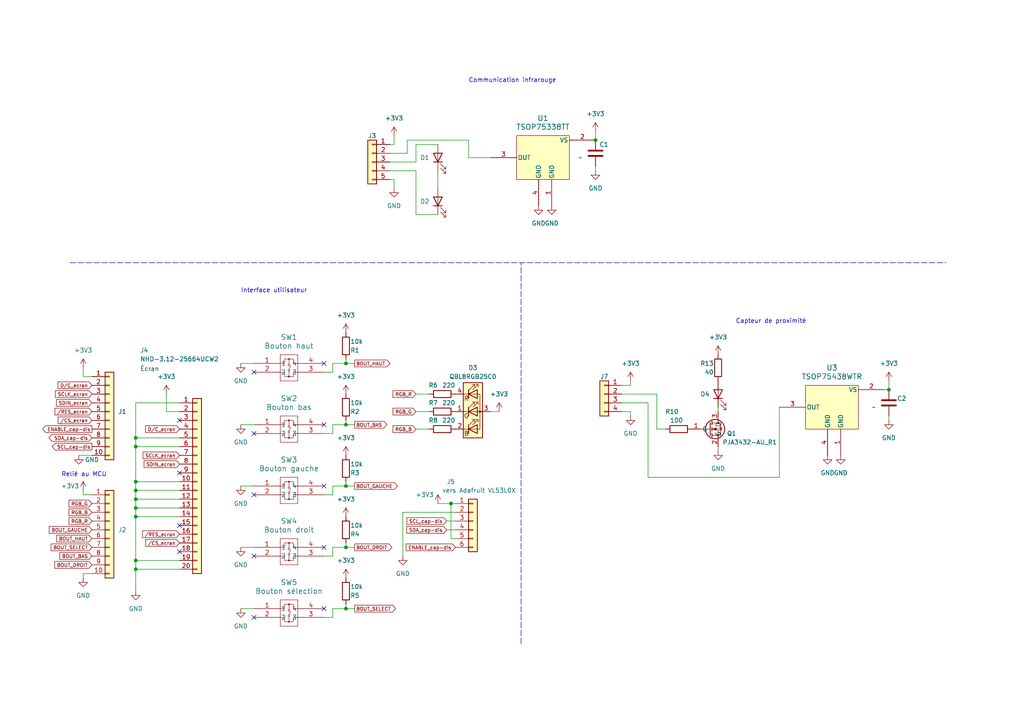
<source format=kicad_sch>
(kicad_sch (version 20230121) (generator eeschema)
  (paper "A4")
  (lib_symbols
    (symbol "2024-03-13_16-00-05:D6R50F1LFS" (pin_names (offset 0.254))
      (property "Reference" "SW" (at 10.16 7.62 0))
      (property "Value" "D6R50F1LFS" (at 10.16 5.08 0))
      (symbol "D6R50F1LFS_0_1"
        (polyline (pts (xy 7.62 -5.08) (xy 12.7 -5.08)) (stroke (width 0.127)))
        (polyline (pts (xy 7.62 -2.54) (xy 8.89 -2.54)) (stroke (width 0.127)))
        (polyline (pts (xy 7.62 0) (xy 8.89 0)) (stroke (width 0.127)))
        (polyline (pts (xy 7.62 2.54) (xy 7.62 -5.08)) (stroke (width 0.127)))
        (polyline (pts (xy 8.89 -3.81) (xy 11.43 -3.81)) (stroke (width 0.127)))
        (polyline (pts (xy 8.89 -2.54) (xy 8.89 -3.81)) (stroke (width 0.127)))
        (polyline (pts (xy 8.89 1.27) (xy 8.89 0)) (stroke (width 0.127)))
        (polyline (pts (xy 8.89 1.27) (xy 11.43 1.27)) (stroke (width 0.127)))
        (polyline (pts (xy 10.16 -2.286) (xy 10.16 -3.81)) (stroke (width 0.127)))
        (polyline (pts (xy 10.16 -1.778) (xy 10.668 -0.762)) (stroke (width 0.127)))
        (polyline (pts (xy 10.16 1.27) (xy 10.16 -0.254)) (stroke (width 0.127)))
        (polyline (pts (xy 11.43 -3.81) (xy 11.43 -2.54)) (stroke (width 0.127)))
        (polyline (pts (xy 11.43 -2.54) (xy 12.7 -2.54)) (stroke (width 0.127)))
        (polyline (pts (xy 11.43 0) (xy 12.7 0)) (stroke (width 0.127)))
        (polyline (pts (xy 11.43 1.27) (xy 11.43 0)) (stroke (width 0.127)))
        (polyline (pts (xy 12.7 -5.08) (xy 12.7 2.54)) (stroke (width 0.127)))
        (polyline (pts (xy 12.7 2.54) (xy 7.62 2.54)) (stroke (width 0.127)))
        (circle (center 10.16 -3.81) (radius 0.127) (stroke (width 0.254)))
        (circle (center 10.16 -2.032) (radius 0.254) (stroke (width 0.127)))
        (circle (center 10.16 -0.508) (radius 0.254) (stroke (width 0.127)))
        (circle (center 10.16 1.27) (radius 0.127) (stroke (width 0.254)))
        (pin unspecified line (at 0 0 0) (length 7.62) (name "1") (number "1"))
        (pin unspecified line (at 0 -2.54 0) (length 7.62) (name "2") (number "2"))
        (pin unspecified line (at 20.32 -2.54 180) (length 7.62) (name "3") (number "3"))
        (pin unspecified line (at 20.32 0 180) (length 7.62) (name "4") (number "4"))
      )
    )
    (symbol "Connector_Generic:Conn_01x04" (pin_names (offset 1.016) hide)
      (property "Reference" "J" (at 0 5.08 0))
      (property "Value" "Conn_01x04" (at 0 -7.62 0))
      (symbol "Conn_01x04_1_1"
        (rectangle (start -1.27 -4.953) (end 0 -5.207) (stroke (width 0.1524)))
        (rectangle (start -1.27 -2.413) (end 0 -2.667) (stroke (width 0.1524)))
        (rectangle (start -1.27 0.127) (end 0 -0.127) (stroke (width 0.1524)))
        (rectangle (start -1.27 2.667) (end 0 2.413) (stroke (width 0.1524)))
        (rectangle (start -1.27 3.81) (end 1.27 -6.35) (stroke (width 0.254)) (fill (type background)))
        (pin passive line (at -5.08 2.54 0) (length 3.81) (name "Pin_1") (number "1"))
        (pin passive line (at -5.08 0 0) (length 3.81) (name "Pin_2") (number "2"))
        (pin passive line (at -5.08 -2.54 0) (length 3.81) (name "Pin_3") (number "3"))
        (pin passive line (at -5.08 -5.08 0) (length 3.81) (name "Pin_4") (number "4"))
      )
    )
    (symbol "Connector_Generic:Conn_01x05" (pin_names (offset 1.016) hide)
      (property "Reference" "J" (at 0 7.62 0))
      (property "Value" "Conn_01x05" (at 0 -7.62 0))
      (symbol "Conn_01x05_1_1"
        (rectangle (start -1.27 -4.953) (end 0 -5.207) (stroke (width 0.1524)))
        (rectangle (start -1.27 -2.413) (end 0 -2.667) (stroke (width 0.1524)))
        (rectangle (start -1.27 0.127) (end 0 -0.127) (stroke (width 0.1524)))
        (rectangle (start -1.27 2.667) (end 0 2.413) (stroke (width 0.1524)))
        (rectangle (start -1.27 5.207) (end 0 4.953) (stroke (width 0.1524)))
        (rectangle (start -1.27 6.35) (end 1.27 -6.35) (stroke (width 0.254)) (fill (type background)))
        (pin passive line (at -5.08 5.08 0) (length 3.81) (name "Pin_1") (number "1"))
        (pin passive line (at -5.08 2.54 0) (length 3.81) (name "Pin_2") (number "2"))
        (pin passive line (at -5.08 0 0) (length 3.81) (name "Pin_3") (number "3"))
        (pin passive line (at -5.08 -2.54 0) (length 3.81) (name "Pin_4") (number "4"))
        (pin passive line (at -5.08 -5.08 0) (length 3.81) (name "Pin_5") (number "5"))
      )
    )
    (symbol "Connector_Generic:Conn_01x06" (pin_names (offset 1.016) hide)
      (property "Reference" "J" (at 0 7.62 0))
      (property "Value" "Conn_01x06" (at 0 -10.16 0))
      (symbol "Conn_01x06_1_1"
        (rectangle (start -1.27 -7.493) (end 0 -7.747) (stroke (width 0.1524)))
        (rectangle (start -1.27 -4.953) (end 0 -5.207) (stroke (width 0.1524)))
        (rectangle (start -1.27 -2.413) (end 0 -2.667) (stroke (width 0.1524)))
        (rectangle (start -1.27 0.127) (end 0 -0.127) (stroke (width 0.1524)))
        (rectangle (start -1.27 2.667) (end 0 2.413) (stroke (width 0.1524)))
        (rectangle (start -1.27 5.207) (end 0 4.953) (stroke (width 0.1524)))
        (rectangle (start -1.27 6.35) (end 1.27 -8.89) (stroke (width 0.254)) (fill (type background)))
        (pin passive line (at -5.08 5.08 0) (length 3.81) (name "Pin_1") (number "1"))
        (pin passive line (at -5.08 2.54 0) (length 3.81) (name "Pin_2") (number "2"))
        (pin passive line (at -5.08 0 0) (length 3.81) (name "Pin_3") (number "3"))
        (pin passive line (at -5.08 -2.54 0) (length 3.81) (name "Pin_4") (number "4"))
        (pin passive line (at -5.08 -5.08 0) (length 3.81) (name "Pin_5") (number "5"))
        (pin passive line (at -5.08 -7.62 0) (length 3.81) (name "Pin_6") (number "6"))
      )
    )
    (symbol "Connector_Generic:Conn_01x10" (pin_names (offset 1.016) hide)
      (property "Reference" "J" (at 0 12.7 0))
      (property "Value" "Conn_01x10" (at 0 -15.24 0))
      (symbol "Conn_01x10_1_1"
        (rectangle (start -1.27 -12.573) (end 0 -12.827) (stroke (width 0.1524)))
        (rectangle (start -1.27 -10.033) (end 0 -10.287) (stroke (width 0.1524)))
        (rectangle (start -1.27 -7.493) (end 0 -7.747) (stroke (width 0.1524)))
        (rectangle (start -1.27 -4.953) (end 0 -5.207) (stroke (width 0.1524)))
        (rectangle (start -1.27 -2.413) (end 0 -2.667) (stroke (width 0.1524)))
        (rectangle (start -1.27 0.127) (end 0 -0.127) (stroke (width 0.1524)))
        (rectangle (start -1.27 2.667) (end 0 2.413) (stroke (width 0.1524)))
        (rectangle (start -1.27 5.207) (end 0 4.953) (stroke (width 0.1524)))
        (rectangle (start -1.27 7.747) (end 0 7.493) (stroke (width 0.1524)))
        (rectangle (start -1.27 10.287) (end 0 10.033) (stroke (width 0.1524)))
        (rectangle (start -1.27 11.43) (end 1.27 -13.97) (stroke (width 0.254)) (fill (type background)))
        (pin passive line (at -5.08 10.16 0) (length 3.81) (name "Pin_1") (number "1"))
        (pin passive line (at -5.08 -12.7 0) (length 3.81) (name "Pin_10") (number "10"))
        (pin passive line (at -5.08 7.62 0) (length 3.81) (name "Pin_2") (number "2"))
        (pin passive line (at -5.08 5.08 0) (length 3.81) (name "Pin_3") (number "3"))
        (pin passive line (at -5.08 2.54 0) (length 3.81) (name "Pin_4") (number "4"))
        (pin passive line (at -5.08 0 0) (length 3.81) (name "Pin_5") (number "5"))
        (pin passive line (at -5.08 -2.54 0) (length 3.81) (name "Pin_6") (number "6"))
        (pin passive line (at -5.08 -5.08 0) (length 3.81) (name "Pin_7") (number "7"))
        (pin passive line (at -5.08 -7.62 0) (length 3.81) (name "Pin_8") (number "8"))
        (pin passive line (at -5.08 -10.16 0) (length 3.81) (name "Pin_9") (number "9"))
      )
    )
    (symbol "Connector_Generic:Conn_01x20" (pin_names (offset 1.016) hide)
      (property "Reference" "J" (at 0 25.4 0))
      (property "Value" "Conn_01x20" (at 0 -27.94 0))
      (symbol "Conn_01x20_1_1"
        (rectangle (start -1.27 -25.273) (end 0 -25.527) (stroke (width 0.1524)))
        (rectangle (start -1.27 -22.733) (end 0 -22.987) (stroke (width 0.1524)))
        (rectangle (start -1.27 -20.193) (end 0 -20.447) (stroke (width 0.1524)))
        (rectangle (start -1.27 -17.653) (end 0 -17.907) (stroke (width 0.1524)))
        (rectangle (start -1.27 -15.113) (end 0 -15.367) (stroke (width 0.1524)))
        (rectangle (start -1.27 -12.573) (end 0 -12.827) (stroke (width 0.1524)))
        (rectangle (start -1.27 -10.033) (end 0 -10.287) (stroke (width 0.1524)))
        (rectangle (start -1.27 -7.493) (end 0 -7.747) (stroke (width 0.1524)))
        (rectangle (start -1.27 -4.953) (end 0 -5.207) (stroke (width 0.1524)))
        (rectangle (start -1.27 -2.413) (end 0 -2.667) (stroke (width 0.1524)))
        (rectangle (start -1.27 0.127) (end 0 -0.127) (stroke (width 0.1524)))
        (rectangle (start -1.27 2.667) (end 0 2.413) (stroke (width 0.1524)))
        (rectangle (start -1.27 5.207) (end 0 4.953) (stroke (width 0.1524)))
        (rectangle (start -1.27 7.747) (end 0 7.493) (stroke (width 0.1524)))
        (rectangle (start -1.27 10.287) (end 0 10.033) (stroke (width 0.1524)))
        (rectangle (start -1.27 12.827) (end 0 12.573) (stroke (width 0.1524)))
        (rectangle (start -1.27 15.367) (end 0 15.113) (stroke (width 0.1524)))
        (rectangle (start -1.27 17.907) (end 0 17.653) (stroke (width 0.1524)))
        (rectangle (start -1.27 20.447) (end 0 20.193) (stroke (width 0.1524)))
        (rectangle (start -1.27 22.987) (end 0 22.733) (stroke (width 0.1524)))
        (rectangle (start -1.27 24.13) (end 1.27 -26.67) (stroke (width 0.254)) (fill (type background)))
        (pin passive line (at -5.08 22.86 0) (length 3.81) (name "Pin_1") (number "1"))
        (pin passive line (at -5.08 0 0) (length 3.81) (name "Pin_10") (number "10"))
        (pin passive line (at -5.08 -2.54 0) (length 3.81) (name "Pin_11") (number "11"))
        (pin passive line (at -5.08 -5.08 0) (length 3.81) (name "Pin_12") (number "12"))
        (pin passive line (at -5.08 -7.62 0) (length 3.81) (name "Pin_13") (number "13"))
        (pin passive line (at -5.08 -10.16 0) (length 3.81) (name "Pin_14") (number "14"))
        (pin passive line (at -5.08 -12.7 0) (length 3.81) (name "Pin_15") (number "15"))
        (pin passive line (at -5.08 -15.24 0) (length 3.81) (name "Pin_16") (number "16"))
        (pin passive line (at -5.08 -17.78 0) (length 3.81) (name "Pin_17") (number "17"))
        (pin passive line (at -5.08 -20.32 0) (length 3.81) (name "Pin_18") (number "18"))
        (pin passive line (at -5.08 -22.86 0) (length 3.81) (name "Pin_19") (number "19"))
        (pin passive line (at -5.08 20.32 0) (length 3.81) (name "Pin_2") (number "2"))
        (pin passive line (at -5.08 -25.4 0) (length 3.81) (name "Pin_20") (number "20"))
        (pin passive line (at -5.08 17.78 0) (length 3.81) (name "Pin_3") (number "3"))
        (pin passive line (at -5.08 15.24 0) (length 3.81) (name "Pin_4") (number "4"))
        (pin passive line (at -5.08 12.7 0) (length 3.81) (name "Pin_5") (number "5"))
        (pin passive line (at -5.08 10.16 0) (length 3.81) (name "Pin_6") (number "6"))
        (pin passive line (at -5.08 7.62 0) (length 3.81) (name "Pin_7") (number "7"))
        (pin passive line (at -5.08 5.08 0) (length 3.81) (name "Pin_8") (number "8"))
        (pin passive line (at -5.08 2.54 0) (length 3.81) (name "Pin_9") (number "9"))
      )
    )
    (symbol "Device:C" (pin_numbers hide) (pin_names (offset 0.254))
      (property "Reference" "C" (at 0.635 2.54 0))
      (property "Value" "C" (at 0.635 -2.54 0))
      (symbol "C_0_1"
        (polyline (pts (xy -2.032 -0.762) (xy 2.032 -0.762)) (stroke (width 0.508)))
        (polyline (pts (xy -2.032 0.762) (xy 2.032 0.762)) (stroke (width 0.508)))
      )
      (symbol "C_1_1"
        (pin passive line (at 0 3.81 270) (length 2.794) (name "~") (number "1"))
        (pin passive line (at 0 -3.81 90) (length 2.794) (name "~") (number "2"))
      )
    )
    (symbol "Device:LED" (pin_numbers hide) (pin_names (offset 1.016) hide)
      (property "Reference" "D" (at 0 2.54 0))
      (property "Value" "LED" (at 0 -2.54 0))
      (symbol "LED_0_1"
        (polyline (pts (xy -1.27 -1.27) (xy -1.27 1.27)) (stroke (width 0.254)))
        (polyline (pts (xy -1.27 0) (xy 1.27 0)))
        (polyline (pts (xy 1.27 -1.27) (xy 1.27 1.27) (xy -1.27 0) (xy 1.27 -1.27)) (stroke (width 0.254)))
        (polyline (pts (xy -3.048 -0.762) (xy -4.572 -2.286) (xy -3.81 -2.286) (xy -4.572 -2.286) (xy -4.572 -1.524)))
        (polyline (pts (xy -1.778 -0.762) (xy -3.302 -2.286) (xy -2.54 -2.286) (xy -3.302 -2.286) (xy -3.302 -1.524)))
      )
      (symbol "LED_1_1"
        (pin passive line (at -3.81 0 0) (length 2.54) (name "K") (number "1"))
        (pin passive line (at 3.81 0 180) (length 2.54) (name "A") (number "2"))
      )
    )
    (symbol "Device:LED_GBAR" (pin_names (offset 0) hide)
      (property "Reference" "D" (at 0 9.398 0))
      (property "Value" "LED_GBAR" (at 0 -8.89 0))
      (symbol "LED_GBAR_0_0"
        (text "B" (at -1.905 -6.35 0) (effects (font (size 1.27 1.27))))
        (text "G" (at -1.905 -1.27 0) (effects (font (size 1.27 1.27))))
        (text "R" (at -1.905 3.81 0) (effects (font (size 1.27 1.27))))
      )
      (symbol "LED_GBAR_0_1"
        (polyline (pts (xy -1.27 -5.08) (xy -2.54 -5.08)))
        (polyline (pts (xy -1.27 -5.08) (xy 1.27 -5.08)))
        (polyline (pts (xy -1.27 -3.81) (xy -1.27 -6.35)) (stroke (width 0.254)))
        (polyline (pts (xy -1.27 0) (xy -2.54 0)))
        (polyline (pts (xy -1.27 1.27) (xy -1.27 -1.27)) (stroke (width 0.254)))
        (polyline (pts (xy -1.27 5.08) (xy -2.54 5.08)))
        (polyline (pts (xy -1.27 5.08) (xy 1.27 5.08)))
        (polyline (pts (xy -1.27 6.35) (xy -1.27 3.81)) (stroke (width 0.254)))
        (polyline (pts (xy 1.27 0) (xy -1.27 0)))
        (polyline (pts (xy 1.27 0) (xy 2.54 0)))
        (polyline (pts (xy -1.27 1.27) (xy -1.27 -1.27) (xy -1.27 -1.27)))
        (polyline (pts (xy -1.27 6.35) (xy -1.27 3.81) (xy -1.27 3.81)))
        (polyline (pts (xy 1.27 -5.08) (xy 2.032 -5.08) (xy 2.032 5.08) (xy 1.27 5.08)))
        (polyline (pts (xy 1.27 -3.81) (xy 1.27 -6.35) (xy -1.27 -5.08) (xy 1.27 -3.81)) (stroke (width 0.254)))
        (polyline (pts (xy 1.27 1.27) (xy 1.27 -1.27) (xy -1.27 0) (xy 1.27 1.27)) (stroke (width 0.254)))
        (polyline (pts (xy 1.27 6.35) (xy 1.27 3.81) (xy -1.27 5.08) (xy 1.27 6.35)) (stroke (width 0.254)))
        (polyline (pts (xy -1.016 -3.81) (xy 0.508 -2.286) (xy -0.254 -2.286) (xy 0.508 -2.286) (xy 0.508 -3.048)))
        (polyline (pts (xy -1.016 1.27) (xy 0.508 2.794) (xy -0.254 2.794) (xy 0.508 2.794) (xy 0.508 2.032)))
        (polyline (pts (xy -1.016 6.35) (xy 0.508 7.874) (xy -0.254 7.874) (xy 0.508 7.874) (xy 0.508 7.112)))
        (polyline (pts (xy 0 -3.81) (xy 1.524 -2.286) (xy 0.762 -2.286) (xy 1.524 -2.286) (xy 1.524 -3.048)))
        (polyline (pts (xy 0 1.27) (xy 1.524 2.794) (xy 0.762 2.794) (xy 1.524 2.794) (xy 1.524 2.032)))
        (polyline (pts (xy 0 6.35) (xy 1.524 7.874) (xy 0.762 7.874) (xy 1.524 7.874) (xy 1.524 7.112)))
        (rectangle (start 1.27 -1.27) (end 1.27 1.27))
        (rectangle (start 1.27 1.27) (end 1.27 1.27))
        (rectangle (start 1.27 3.81) (end 1.27 6.35))
        (rectangle (start 1.27 6.35) (end 1.27 6.35))
        (circle (center 2.032 0) (radius 0.254) (fill (type outline)))
        (rectangle (start 2.794 8.382) (end -2.794 -7.62) (stroke (width 0.254)) (fill (type background)))
      )
      (symbol "LED_GBAR_1_1"
        (pin passive line (at -5.08 0 0) (length 2.54) (name "GK") (number "1"))
        (pin passive line (at -5.08 -5.08 0) (length 2.54) (name "BK") (number "2"))
        (pin passive line (at 5.08 0 180) (length 2.54) (name "A") (number "3"))
        (pin passive line (at -5.08 5.08 0) (length 2.54) (name "RK") (number "4"))
      )
    )
    (symbol "Device:R" (pin_numbers hide) (pin_names (offset 0))
      (property "Reference" "R" (at 2.032 0 90))
      (property "Value" "R" (at 0 0 90))
      (symbol "R_0_1"
        (rectangle (start -1.016 -2.54) (end 1.016 2.54) (stroke (width 0.254)))
      )
      (symbol "R_1_1"
        (pin passive line (at 0 3.81 270) (length 1.27) (name "~") (number "1"))
        (pin passive line (at 0 -3.81 90) (length 1.27) (name "~") (number "2"))
      )
    )
    (symbol "TSOP75338WTT_1" (pin_names (offset 0.254))
      (property "Reference" "U1" (at 20.32 10.16 0))
      (property "Value" "TSOP75338TT" (at 20.32 7.62 0))
      (symbol "TSOP75338WTT_1_0_1"
        (pin power_out line (at 17.78 -15.24 90) (length 7.62) (name "GND") (number "1"))
        (pin power_in line (at 5.08 3.81 0) (length 7.62) (name "VS") (number "2"))
        (pin output line (at 35.56 -1.27 180) (length 7.62) (name "OUT") (number "3"))
        (pin power_out line (at 21.59 -15.24 90) (length 7.62) (name "GND") (number "4"))
      )
      (symbol "TSOP75338WTT_1_1_1"
        (rectangle (start 12.7 5.08) (end 27.94 -7.62) (fill (type background)))
      )
    )
    (symbol "Transistor_FET:2N7002K"
      (property "Reference" "Q" (at 5.08 1.905 0))
      (property "Value" "2N7002K" (at 5.08 0 0))
      (symbol "2N7002K_0_1"
        (polyline (pts (xy 0.254 0) (xy -2.54 0)))
        (polyline (pts (xy 0.254 1.905) (xy 0.254 -1.905)) (stroke (width 0.254)))
        (polyline (pts (xy 0.762 -1.27) (xy 0.762 -2.286)) (stroke (width 0.254)))
        (polyline (pts (xy 0.762 0.508) (xy 0.762 -0.508)) (stroke (width 0.254)))
        (polyline (pts (xy 0.762 2.286) (xy 0.762 1.27)) (stroke (width 0.254)))
        (polyline (pts (xy 2.54 2.54) (xy 2.54 1.778)))
        (polyline (pts (xy 2.54 -2.54) (xy 2.54 0) (xy 0.762 0)))
        (polyline (pts (xy 0.762 -1.778) (xy 3.302 -1.778) (xy 3.302 1.778) (xy 0.762 1.778)))
        (polyline (pts (xy 1.016 0) (xy 2.032 0.381) (xy 2.032 -0.381) (xy 1.016 0)) (fill (type outline)))
        (polyline (pts (xy 2.794 0.508) (xy 2.921 0.381) (xy 3.683 0.381) (xy 3.81 0.254)))
        (polyline (pts (xy 3.302 0.381) (xy 2.921 -0.254) (xy 3.683 -0.254) (xy 3.302 0.381)))
        (circle (center 1.651 0) (radius 2.794) (stroke (width 0.254)))
        (circle (center 2.54 -1.778) (radius 0.254) (fill (type outline)))
        (circle (center 2.54 1.778) (radius 0.254) (fill (type outline)))
      )
      (symbol "2N7002K_1_1"
        (pin input line (at -5.08 0 0) (length 2.54) (name "G") (number "1"))
        (pin passive line (at 2.54 -5.08 90) (length 2.54) (name "S") (number "2"))
        (pin passive line (at 2.54 5.08 270) (length 2.54) (name "D") (number "3"))
      )
    )
    (symbol "power:+3V3" (power) (pin_names (offset 0))
      (property "Value" "+3V3" (at 0 3.556 0))
      (symbol "+3V3_0_1"
        (polyline (pts (xy -0.762 1.27) (xy 0 2.54)))
        (polyline (pts (xy 0 0) (xy 0 2.54)))
        (polyline (pts (xy 0 2.54) (xy 0.762 1.27)))
      )
      (symbol "+3V3_1_1"
        (pin power_in line (at 0 0 90) (length 0) hide (name "+3V3") (number "1"))
      )
    )
    (symbol "power:GND" (power) (pin_names (offset 0))
      (property "Value" "GND" (at 0 -3.81 0))
      (symbol "GND_0_1"
        (polyline (pts (xy 0 0) (xy 0 -1.27) (xy 1.27 -1.27) (xy 0 -2.54) (xy -1.27 -1.27) (xy 0 -1.27)))
      )
      (symbol "GND_1_1"
        (pin power_in line (at 0 0 270) (length 0) hide (name "GND") (number "1"))
      )
    )
  )
  (junction (at 100.33 158.75))
  (junction (at 39.37 129.54))
  (junction (at 100.33 123.19))
  (junction (at 100.33 140.97))
  (junction (at 39.37 165.1))
  (junction (at 100.33 105.41))
  (junction (at 257.81 113.03))
  (junction (at 39.37 149.86))
  (junction (at 39.37 147.32))
  (junction (at 100.33 176.53))
  (junction (at 39.37 142.24))
  (junction (at 130.81 146.05))
  (junction (at 172.72 40.64))
  (junction (at 39.37 144.78))
  (junction (at 39.37 162.56))
  (junction (at 39.37 127))
  (junction (at 39.37 139.7))
  (no_connect (at 73.66 143.51))
  (no_connect (at 73.66 161.29))
  (no_connect (at 52.07 137.16))
  (no_connect (at 73.66 125.73))
  (no_connect (at 52.07 160.02))
  (no_connect (at 93.98 176.53))
  (no_connect (at 52.07 121.92))
  (no_connect (at 93.98 140.97))
  (no_connect (at 93.98 158.75))
  (no_connect (at 93.98 123.19))
  (no_connect (at 52.07 152.4))
  (no_connect (at 73.66 179.07))
  (no_connect (at 73.66 107.95))
  (no_connect (at 93.98 105.41))
  (wire (pts (xy 120.65 49.53) (xy 113.03 49.53)))
  (wire (pts (xy 26.67 109.22) (xy 24.13 109.22)))
  (wire (pts (xy 48.26 119.38) (xy 48.26 114.3)))
  (wire (pts (xy 39.37 116.84) (xy 39.37 127)))
  (wire (pts (xy 69.85 176.53) (xy 73.66 176.53)))
  (wire (pts (xy 100.33 176.53) (xy 102.87 176.53)))
  (wire (pts (xy 100.33 140.97) (xy 102.87 140.97)))
  (wire (pts (xy 180.34 111.76) (xy 182.88 111.76)))
  (wire (pts (xy 172.72 48.26) (xy 172.72 49.53)))
  (wire (pts (xy 226.06 118.11) (xy 226.06 138.43)))
  (wire (pts (xy 120.65 119.38) (xy 124.46 119.38)))
  (wire (pts (xy 118.11 44.45) (xy 118.11 40.64)))
  (wire (pts (xy 127 62.23) (xy 120.65 62.23)))
  (wire (pts (xy 69.85 105.41) (xy 73.66 105.41)))
  (wire (pts (xy 100.33 123.19) (xy 100.33 121.92)))
  (wire (pts (xy 96.52 179.07) (xy 96.52 176.53)))
  (wire (pts (xy 100.33 175.26) (xy 100.33 176.53)))
  (wire (pts (xy 100.33 123.19) (xy 102.87 123.19)))
  (wire (pts (xy 39.37 142.24) (xy 52.07 142.24)))
  (wire (pts (xy 135.89 40.64) (xy 135.89 45.72)))
  (wire (pts (xy 208.28 130.81) (xy 208.28 129.54)))
  (wire (pts (xy 39.37 144.78) (xy 39.37 147.32)))
  (wire (pts (xy 100.33 105.41) (xy 102.87 105.41)))
  (wire (pts (xy 24.13 109.22) (xy 24.13 106.68)))
  (wire (pts (xy 39.37 147.32) (xy 39.37 149.86)))
  (wire (pts (xy 180.34 119.38) (xy 182.88 119.38)))
  (wire (pts (xy 142.24 119.38) (xy 144.78 119.38)))
  (wire (pts (xy 93.98 143.51) (xy 96.52 143.51)))
  (wire (pts (xy 182.88 119.38) (xy 182.88 120.65)))
  (wire (pts (xy 93.98 179.07) (xy 96.52 179.07)))
  (wire (pts (xy 124.46 124.46) (xy 120.65 124.46)))
  (wire (pts (xy 96.52 125.73) (xy 96.52 123.19)))
  (wire (pts (xy 22.86 132.08) (xy 26.67 132.08)))
  (wire (pts (xy 93.98 107.95) (xy 96.52 107.95)))
  (wire (pts (xy 190.5 124.46) (xy 193.04 124.46)))
  (wire (pts (xy 182.88 110.49) (xy 182.88 111.76)))
  (polyline (pts (xy 20.32 76.2) (xy 274.32 76.2)) (stroke (width 0) (type dash)))
  (wire (pts (xy 39.37 142.24) (xy 39.37 144.78)))
  (wire (pts (xy 132.08 156.21) (xy 130.81 156.21)))
  (wire (pts (xy 130.81 146.05) (xy 130.81 156.21)))
  (wire (pts (xy 69.85 158.75) (xy 73.66 158.75)))
  (wire (pts (xy 39.37 162.56) (xy 52.07 162.56)))
  (wire (pts (xy 24.13 143.51) (xy 26.67 143.51)))
  (wire (pts (xy 96.52 176.53) (xy 100.33 176.53)))
  (wire (pts (xy 187.96 138.43) (xy 187.96 116.84)))
  (wire (pts (xy 257.81 110.49) (xy 257.81 113.03)))
  (wire (pts (xy 127 146.05) (xy 130.81 146.05)))
  (wire (pts (xy 39.37 127) (xy 39.37 129.54)))
  (wire (pts (xy 129.54 151.13) (xy 132.08 151.13)))
  (wire (pts (xy 116.84 148.59) (xy 132.08 148.59)))
  (wire (pts (xy 100.33 158.75) (xy 102.87 158.75)))
  (wire (pts (xy 187.96 116.84) (xy 180.34 116.84)))
  (wire (pts (xy 114.3 41.91) (xy 114.3 39.37)))
  (wire (pts (xy 116.84 148.59) (xy 116.84 161.29)))
  (wire (pts (xy 135.89 45.72) (xy 142.24 45.72)))
  (wire (pts (xy 39.37 149.86) (xy 52.07 149.86)))
  (wire (pts (xy 93.98 161.29) (xy 96.52 161.29)))
  (wire (pts (xy 130.81 146.05) (xy 132.08 146.05)))
  (wire (pts (xy 208.28 118.11) (xy 208.28 119.38)))
  (wire (pts (xy 120.65 62.23) (xy 120.65 49.53)))
  (wire (pts (xy 114.3 52.07) (xy 114.3 54.61)))
  (wire (pts (xy 127 49.53) (xy 127 54.61)))
  (wire (pts (xy 113.03 44.45) (xy 118.11 44.45)))
  (wire (pts (xy 52.07 119.38) (xy 48.26 119.38)))
  (wire (pts (xy 96.52 123.19) (xy 100.33 123.19)))
  (wire (pts (xy 39.37 147.32) (xy 52.07 147.32)))
  (wire (pts (xy 39.37 129.54) (xy 52.07 129.54)))
  (wire (pts (xy 96.52 143.51) (xy 96.52 140.97)))
  (wire (pts (xy 39.37 165.1) (xy 39.37 171.45)))
  (wire (pts (xy 190.5 114.3) (xy 190.5 124.46)))
  (wire (pts (xy 118.11 40.64) (xy 135.89 40.64)))
  (wire (pts (xy 120.65 46.99) (xy 120.65 41.91)))
  (wire (pts (xy 100.33 139.7) (xy 100.33 140.97)))
  (wire (pts (xy 120.65 41.91) (xy 127 41.91)))
  (wire (pts (xy 69.85 140.97) (xy 73.66 140.97)))
  (wire (pts (xy 93.98 125.73) (xy 96.52 125.73)))
  (wire (pts (xy 129.54 153.67) (xy 132.08 153.67)))
  (wire (pts (xy 96.52 140.97) (xy 100.33 140.97)))
  (wire (pts (xy 39.37 139.7) (xy 39.37 142.24)))
  (polyline (pts (xy 151.13 186.69) (xy 151.13 76.2)) (stroke (width 0) (type dash)))
  (wire (pts (xy 39.37 149.86) (xy 39.37 162.56)))
  (wire (pts (xy 100.33 158.75) (xy 100.33 157.48)))
  (wire (pts (xy 24.13 167.64) (xy 24.13 166.37)))
  (wire (pts (xy 96.52 161.29) (xy 96.52 158.75)))
  (wire (pts (xy 39.37 162.56) (xy 39.37 165.1)))
  (wire (pts (xy 24.13 142.24) (xy 24.13 143.51)))
  (wire (pts (xy 39.37 139.7) (xy 52.07 139.7)))
  (wire (pts (xy 100.33 105.41) (xy 100.33 104.14)))
  (wire (pts (xy 120.65 114.3) (xy 124.46 114.3)))
  (wire (pts (xy 39.37 129.54) (xy 39.37 139.7)))
  (wire (pts (xy 96.52 105.41) (xy 100.33 105.41)))
  (wire (pts (xy 52.07 116.84) (xy 39.37 116.84)))
  (wire (pts (xy 113.03 52.07) (xy 114.3 52.07)))
  (wire (pts (xy 256.54 113.03) (xy 257.81 113.03)))
  (wire (pts (xy 96.52 158.75) (xy 100.33 158.75)))
  (wire (pts (xy 39.37 127) (xy 52.07 127)))
  (wire (pts (xy 180.34 114.3) (xy 190.5 114.3)))
  (wire (pts (xy 257.81 120.65) (xy 257.81 121.92)))
  (wire (pts (xy 39.37 165.1) (xy 52.07 165.1)))
  (wire (pts (xy 39.37 144.78) (xy 52.07 144.78)))
  (wire (pts (xy 24.13 166.37) (xy 26.67 166.37)))
  (wire (pts (xy 113.03 41.91) (xy 114.3 41.91)))
  (wire (pts (xy 96.52 107.95) (xy 96.52 105.41)))
  (wire (pts (xy 172.72 40.64) (xy 172.72 38.1)))
  (wire (pts (xy 113.03 46.99) (xy 120.65 46.99)))
  (wire (pts (xy 226.06 138.43) (xy 187.96 138.43)))
  (wire (pts (xy 69.85 123.19) (xy 73.66 123.19)))
  (text "Interface utilisateur" (at 69.85 85.09 0) (effects (font (size 1.27 1.27)) (justify left bottom)))
  (text "Relié au MCU" (at 17.78 138.43 0) (effects (font (size 1.27 1.27)) (justify left bottom)))
  (text "Capteur de proximité" (at 213.36 93.98 0) (effects (font (size 1.27 1.27)) (justify left bottom)))
  (text "Communication infrarouge" (at 135.89 24.13 0) (effects (font (size 1.27 1.27)) (justify left bottom)))
  (text "Écran" (at 40.64 107.95 0) (effects (font (size 1.27 1.27)) (justify left bottom)))
  (global_label "BOUT_HAUT" (shape input) (at 26.67 156.21 180) (effects (font (size 1 1))) (property "Intersheetrefs" "${INTERSHEET_REFS}" (effects hide)))
  (global_label "BOUT_BAS" (shape input) (at 26.67 161.29 180) (effects (font (size 1 1))) (property "Intersheetrefs" "${INTERSHEET_REFS}" (effects hide)))
  (global_label "ENABLE_cap-dis" (shape output) (at 26.67 124.46 180) (effects (font (size 1 1))) (property "Intersheetrefs" "${INTERSHEET_REFS}" (effects hide)))
  (global_label "SCLK_ecran" (shape input) (at 52.07 132.08 180) (effects (font (size 1 1))) (property "Intersheetrefs" "${INTERSHEET_REFS}" (effects hide)))
  (global_label "SCL_cap-dis" (shape input) (at 129.54 151.13 180) (effects (font (size 1 1))) (property "Intersheetrefs" "${INTERSHEET_REFS}" (effects hide)))
  (global_label "RGB_G" (shape input) (at 120.65 119.38 180) (effects (font (size 1 1))) (property "Intersheetrefs" "${INTERSHEET_REFS}" (effects hide)))
  (global_label "SCLK_ecran" (shape input) (at 26.67 114.3 180) (effects (font (size 1 1))) (property "Intersheetrefs" "${INTERSHEET_REFS}" (effects hide)))
  (global_label "RGB_R" (shape input) (at 26.67 151.13 180) (effects (font (size 1 1))) (property "Intersheetrefs" "${INTERSHEET_REFS}" (effects hide)))
  (global_label "RGB_R" (shape input) (at 120.65 114.3 180) (effects (font (size 1 1))) (property "Intersheetrefs" "${INTERSHEET_REFS}" (effects hide)))
  (global_label "D{slash}C_ecran" (shape input) (at 52.07 124.46 180) (effects (font (size 1 1))) (property "Intersheetrefs" "${INTERSHEET_REFS}" (effects hide)))
  (global_label "BOUT_BAS" (shape output) (at 102.87 123.19 0) (effects (font (size 1 1))) (property "Intersheetrefs" "${INTERSHEET_REFS}" (effects hide)))
  (global_label "SDA_cap-dis" (shape input) (at 129.54 153.67 180) (effects (font (size 1 1))) (property "Intersheetrefs" "${INTERSHEET_REFS}" (effects hide)))
  (global_label "BOUT_SELECT" (shape output) (at 102.87 176.53 0) (effects (font (size 1 1))) (property "Intersheetrefs" "${INTERSHEET_REFS}" (effects hide)))
  (global_label "RGB_G" (shape input) (at 26.67 146.05 180) (effects (font (size 1 1))) (property "Intersheetrefs" "${INTERSHEET_REFS}" (effects hide)))
  (global_label "{slash}CS_ecran" (shape input) (at 26.67 121.92 180) (effects (font (size 1 1))) (property "Intersheetrefs" "${INTERSHEET_REFS}" (effects hide)))
  (global_label "BOUT_GAUCHE" (shape output) (at 102.87 140.97 0) (effects (font (size 1 1))) (property "Intersheetrefs" "${INTERSHEET_REFS}" (effects hide)))
  (global_label "SDA_cap-dis" (shape bidirectional) (at 26.67 127 180) (effects (font (size 1 1))) (property "Intersheetrefs" "${INTERSHEET_REFS}" (effects hide)))
  (global_label "{slash}CS_ecran" (shape input) (at 52.07 157.48 180) (effects (font (size 1 1))) (property "Intersheetrefs" "${INTERSHEET_REFS}" (effects hide)))
  (global_label "D{slash}C_ecran" (shape input) (at 26.67 111.76 180) (effects (font (size 1 1))) (property "Intersheetrefs" "${INTERSHEET_REFS}" (effects hide)))
  (global_label "BOUT_DROIT" (shape input) (at 26.67 163.83 180) (effects (font (size 1 1))) (property "Intersheetrefs" "${INTERSHEET_REFS}" (effects hide)))
  (global_label "RGB_B" (shape input) (at 120.65 124.46 180) (effects (font (size 1 1))) (property "Intersheetrefs" "${INTERSHEET_REFS}" (effects hide)))
  (global_label "{slash}RES_ecran" (shape input) (at 26.67 119.38 180) (effects (font (size 1 1))) (property "Intersheetrefs" "${INTERSHEET_REFS}" (effects hide)))
  (global_label "BOUT_GAUCHE" (shape input) (at 26.67 153.67 180) (effects (font (size 1 1))) (property "Intersheetrefs" "${INTERSHEET_REFS}" (effects hide)))
  (global_label "SCL_cap-dis" (shape output) (at 26.67 129.54 180) (effects (font (size 1 1))) (property "Intersheetrefs" "${INTERSHEET_REFS}" (effects hide)))
  (global_label "SDIN_ecran" (shape input) (at 26.67 116.84 180) (effects (font (size 1 1))) (property "Intersheetrefs" "${INTERSHEET_REFS}" (effects hide)))
  (global_label "SDIN_ecran" (shape input) (at 52.07 134.62 180) (effects (font (size 1 1))) (property "Intersheetrefs" "${INTERSHEET_REFS}" (effects hide)))
  (global_label "BOUT_HAUT" (shape output) (at 102.87 105.41 0) (effects (font (size 1 1))) (property "Intersheetrefs" "${INTERSHEET_REFS}" (effects hide)))
  (global_label "ENABLE_cap-dis" (shape input) (at 132.08 158.75 180) (effects (font (size 1 1))) (property "Intersheetrefs" "${INTERSHEET_REFS}" (effects hide)))
  (global_label "RGB_B" (shape input) (at 26.67 148.59 180) (effects (font (size 1 1))) (property "Intersheetrefs" "${INTERSHEET_REFS}" (effects hide)))
  (global_label "BOUT_DROIT" (shape output) (at 102.87 158.75 0) (effects (font (size 1 1))) (property "Intersheetrefs" "${INTERSHEET_REFS}" (effects hide)))
  (global_label "BOUT_SELECT" (shape input) (at 26.67 158.75 180) (effects (font (size 1 1))) (property "Intersheetrefs" "${INTERSHEET_REFS}" (effects hide)))
  (global_label "{slash}RES_ecran" (shape input) (at 52.07 154.94 180) (effects (font (size 1 1))) (property "Intersheetrefs" "${INTERSHEET_REFS}" (effects hide)))
  (symbol (lib_id "power:+3V3") (at 24.13 142.24 0) (unit 1)
    (property "Reference" "#PWR019" (effects hide))
    (property "Value" "+3V3" (at 20.32 140.97 0))
  )
  (symbol (lib_id "2024-03-13_16-00-05:D6R50F1LFS") (at 73.66 158.75 0) (unit 1)
    (property "Reference" "SW4" (at 83.82 151.13 0) (effects (font (size 1.524 1.524))))
    (property "Value" "Bouton droit" (at 83.82 153.67 0) (effects (font (size 1.524 1.524))))
    (property "Footprint" "D6R:D6R_CNK" (effects hide))
    (property "Datasheet" "D6R50F1LFS" (effects hide))
  )
  (symbol (lib_id "Connector_Generic:Conn_01x05") (at 107.95 46.99 0) (mirror y) (unit 1)
    (property "Reference" "J3" (at 107.95 39.37 0))
    (property "Value" "Conn_01x05" (effects hide))
    (property "Footprint" "Connector_JST:JST_PH_S5B-PH-K_1x05_P2.00mm_Horizontal" (effects hide))
  )
  (symbol (lib_id "power:+3V3") (at 48.26 114.3 0) (unit 1)
    (property "Reference" "#PWR07" (effects hide))
    (property "Value" "+3V3" (at 48.26 109.22 0))
  )
  (symbol (lib_id "Device:C") (at 172.72 44.45 0) (mirror y) (unit 1)
    (property "Reference" "C1" (at 176.53 41.91 0) (effects (justify left)))
    (property "Value" "~" (at 168.91 45.72 0) (effects (justify left)))
    (property "Footprint" "Capacitor_SMD:C_0603_1608Metric_Pad1.08x0.95mm_HandSolder" (effects hide))
  )
  (symbol (lib_id "Device:LED") (at 208.28 114.3 90) (unit 1)
    (property "Reference" "D4" (at 204.47 114.3 90))
    (property "Value" "LED" (effects hide))
    (property "Footprint" "LED_SMD:LED_1206_3216Metric_Pad1.42x1.75mm_HandSolder" (effects hide))
  )
  (symbol (lib_id "power:GND") (at 69.85 105.41 0) (unit 1)
    (property "Reference" "#PWR09" (effects hide))
    (property "Value" "GND" (at 69.85 110.49 0))
  )
  (symbol (lib_id "power:+3V3") (at 100.33 114.3 0) (unit 1)
    (property "Reference" "#PWR017" (effects hide))
    (property "Value" "+3V3" (at 100.33 109.22 0))
  )
  (symbol (lib_id "2024-03-13_16-00-05:D6R50F1LFS") (at 73.66 140.97 0) (unit 1)
    (property "Reference" "SW3" (at 83.82 133.35 0) (effects (font (size 1.524 1.524))))
    (property "Value" "Bouton gauche" (at 83.82 135.89 0) (effects (font (size 1.524 1.524))))
    (property "Footprint" "D6R:D6R_CNK" (effects hide))
    (property "Datasheet" "D6R50F1LFS" (effects hide))
  )
  (symbol (lib_id "2024-03-13_16-00-05:D6R50F1LFS") (at 73.66 123.19 0) (unit 1)
    (property "Reference" "SW2" (at 83.82 115.57 0) (effects (font (size 1.524 1.524))))
    (property "Value" "Bouton bas" (at 83.82 118.11 0) (effects (font (size 1.524 1.524))))
    (property "Footprint" "D6R:D6R_CNK" (effects hide))
    (property "Datasheet" "D6R50F1LFS" (effects hide))
  )
  (symbol (lib_id "power:GND") (at 69.85 176.53 0) (unit 1)
    (property "Reference" "#PWR013" (effects hide))
    (property "Value" "GND" (at 69.85 181.61 0))
  )
  (symbol (lib_id "power:+3V3") (at 172.72 38.1 0) (mirror y) (unit 1)
    (property "Reference" "#PWR020" (effects hide))
    (property "Value" "+3V3" (at 172.72 33.02 0))
  )
  (symbol (lib_id "Connector_Generic:Conn_01x06") (at 137.16 151.13 0) (unit 1)
    (property "Reference" "J5" (at 129.54 139.7 0) (effects (justify left)))
    (property "Value" "vers Adafruit VL53L0X" (at 128.27 142.24 0) (effects (justify left)))
    (property "Footprint" "Lib:Cap dist" (effects hide))
  )
  (symbol (lib_id "2024-03-13_16-00-05:D6R50F1LFS") (at 73.66 176.53 0) (unit 1)
    (property "Reference" "SW5" (at 83.82 168.91 0) (effects (font (size 1.524 1.524))))
    (property "Value" "Bouton sélection" (at 83.82 171.45 0) (effects (font (size 1.524 1.524))))
    (property "Footprint" "D6R:D6R_CNK" (effects hide))
    (property "Datasheet" "D6R50F1LFS" (effects hide))
  )
  (symbol (lib_id "Device:R") (at 128.27 119.38 90) (unit 1)
    (property "Reference" "R7" (at 127 116.84 90) (effects (justify left)))
    (property "Value" "220" (at 132.08 116.84 90) (effects (justify left)))
    (property "Footprint" "Resistor_SMD:R_1206_3216Metric_Pad1.30x1.75mm_HandSolder" (effects hide))
  )
  (symbol (lib_id "power:GND") (at 22.86 132.08 0) (unit 1)
    (property "Reference" "#PWR01" (effects hide))
    (property "Value" "GND" (at 26.67 133.35 0))
  )
  (symbol (lib_id "power:GND") (at 172.72 49.53 0) (mirror y) (unit 1)
    (property "Reference" "#PWR021" (effects hide))
    (property "Value" "GND" (at 172.72 54.61 0))
  )
  (symbol (lib_id "Connector_Generic:Conn_01x10") (at 31.75 153.67 0) (unit 1)
    (property "Reference" "J2" (at 34.29 153.67 0) (effects (justify left)))
    (property "Value" "Conn_01x10" (effects hide))
    (property "Footprint" "Connector_JST:JST_PH_S10B-PH-K_1x10_P2.00mm_Horizontal" (effects hide))
  )
  (symbol (lib_id "power:+3V3") (at 127 146.05 0) (unit 1)
    (property "Reference" "#PWR023" (effects hide))
    (property "Value" "+3V3" (at 123.19 143.51 0))
  )
  (symbol (lib_id "power:GND") (at 240.03 132.08 0) (mirror y) (unit 1)
    (property "Reference" "#PWR033" (effects hide))
    (property "Value" "GND" (at 240.03 137.16 0))
  )
  (symbol (lib_id "power:GND") (at 156.21 59.69 0) (mirror y) (unit 1)
    (property "Reference" "#PWR08" (effects hide))
    (property "Value" "GND" (at 156.21 64.77 0))
  )
  (symbol (lib_id "power:GND") (at 69.85 140.97 0) (unit 1)
    (property "Reference" "#PWR011" (effects hide))
    (property "Value" "GND" (at 69.85 146.05 0))
  )
  (symbol (lib_id "power:GND") (at 39.37 171.45 0) (unit 1)
    (property "Reference" "#PWR04" (effects hide))
    (property "Value" "GND" (at 39.37 176.53 0))
  )
  (symbol (lib_id "power:+3V3") (at 257.81 110.49 0) (mirror y) (unit 1)
    (property "Reference" "#PWR035" (effects hide))
    (property "Value" "+3V3" (at 257.81 105.41 0))
  )
  (symbol (lib_id "Device:R") (at 100.33 135.89 0) (unit 1)
    (property "Reference" "R3" (at 101.6 137.16 0) (effects (justify left)))
    (property "Value" "10k" (at 101.6 134.62 0) (effects (justify left)))
    (property "Footprint" "Resistor_SMD:R_1206_3216Metric_Pad1.30x1.75mm_HandSolder" (effects hide))
  )
  (symbol (lib_id "Device:R") (at 128.27 114.3 90) (unit 1)
    (property "Reference" "R6" (at 127 111.76 90) (effects (justify left)))
    (property "Value" "220" (at 132.08 111.76 90) (effects (justify left)))
    (property "Footprint" "Resistor_SMD:R_1206_3216Metric_Pad1.30x1.75mm_HandSolder" (effects hide))
  )
  (symbol (lib_id "power:+3V3") (at 182.88 110.49 0) (unit 1)
    (property "Reference" "#PWR027" (effects hide))
    (property "Value" "+3V3" (at 182.88 105.41 0))
  )
  (symbol (lib_id "power:GND") (at 182.88 120.65 0) (unit 1)
    (property "Reference" "#PWR028" (effects hide))
    (property "Value" "GND" (at 182.88 125.73 0))
  )
  (symbol (lib_id "Device:R") (at 128.27 124.46 90) (unit 1)
    (property "Reference" "R8" (at 127 121.92 90) (effects (justify left)))
    (property "Value" "220" (at 132.08 121.92 90) (effects (justify left)))
    (property "Footprint" "Resistor_SMD:R_1206_3216Metric_Pad1.30x1.75mm_HandSolder" (effects hide))
  )
  (symbol (lib_id "power:+3V3") (at 208.28 102.87 0) (unit 1)
    (property "Reference" "#PWR030" (effects hide))
    (property "Value" "+3V3" (at 208.28 97.79 0))
  )
  (symbol (lib_id "power:+3V3") (at 144.78 119.38 0) (unit 1)
    (property "Reference" "#PWR024" (effects hide))
    (property "Value" "+3V3" (at 144.78 114.3 0))
  )
  (symbol (lib_id "Transistor_FET:2N7002K") (at 205.74 124.46 0) (unit 1)
    (property "Reference" "Q1" (at 210.82 125.73 0) (effects (justify left)))
    (property "Value" "PJA3432-AU_R1" (at 209.55 128.27 0) (effects (justify left)))
    (property "Footprint" "Package_TO_SOT_SMD:SOT-23_Handsoldering" (effects hide))
    (property "Datasheet" "https://www.diodes.com/assets/Datasheets/ds30896.pdf" (effects hide))
  )
  (symbol (lib_id "power:+3V3") (at 100.33 96.52 0) (unit 1)
    (property "Reference" "#PWR018" (effects hide))
    (property "Value" "+3V3" (at 100.33 91.44 0))
  )
  (symbol (lib_id "power:GND") (at 243.84 132.08 0) (mirror y) (unit 1)
    (property "Reference" "#PWR032" (effects hide))
    (property "Value" "GND" (at 243.84 137.16 0))
  )
  (symbol (lib_id "Device:LED") (at 127 58.42 90) (unit 1)
    (property "Reference" "D2" (at 123.19 58.42 90))
    (property "Value" "LED" (effects hide))
    (property "Footprint" "LED_SMD:LED_0603_1608Metric_Pad1.05x0.95mm_HandSolder" (effects hide))
  )
  (symbol (lib_id "power:GND") (at 69.85 123.19 0) (unit 1)
    (property "Reference" "#PWR010" (effects hide))
    (property "Value" "GND" (at 69.85 128.27 0))
  )
  (symbol (lib_id "power:GND") (at 116.84 161.29 0) (unit 1)
    (property "Reference" "#PWR022" (effects hide))
    (property "Value" "GND" (at 116.84 166.37 0))
  )
  (symbol (lib_id "Device:R") (at 100.33 100.33 0) (unit 1)
    (property "Reference" "R1" (at 101.6 101.6 0) (effects (justify left)))
    (property "Value" "10k" (at 101.6 99.06 0) (effects (justify left)))
    (property "Footprint" "Resistor_SMD:R_1206_3216Metric_Pad1.30x1.75mm_HandSolder" (effects hide))
  )
  (symbol (lib_id "Connector_Generic:Conn_01x04") (at 175.26 114.3 0) (mirror y) (unit 1)
    (property "Reference" "J7" (at 175.26 109.22 0))
    (property "Value" "Conn_01x04" (effects hide))
    (property "Footprint" "Connector_JST:JST_PH_S4B-PH-K_1x04_P2.00mm_Horizontal" (effects hide))
  )
  (symbol (lib_id "power:+3V3") (at 24.13 106.68 0) (unit 1)
    (property "Reference" "#PWR02" (effects hide))
    (property "Value" "+3V3" (at 24.13 101.6 0))
  )
  (symbol (lib_id "Device:R") (at 208.28 106.68 180) (unit 1)
    (property "Reference" "R13" (at 207.01 105.41 0) (effects (justify left)))
    (property "Value" "40" (at 207.01 107.95 0) (effects (justify left)))
    (property "Footprint" "Resistor_SMD:R_1206_3216Metric_Pad1.30x1.75mm_HandSolder" (effects hide))
  )
  (symbol (lib_id "Connector_Generic:Conn_01x20") (at 57.15 139.7 0) (unit 1)
    (property "Reference" "J4" (at 40.64 101.6 0) (effects (justify left)))
    (property "Value" "NHD-3.12-25664UCW2" (at 40.64 104.14 0) (effects (justify left)))
    (property "Footprint" "Lib:Screen" (effects hide))
  )
  (symbol (lib_id "power:+3V3") (at 114.3 39.37 0) (unit 1)
    (property "Reference" "#PWR05" (effects hide))
    (property "Value" "+3V3" (at 114.3 34.29 0))
  )
  (symbol (lib_id "power:+3V3") (at 100.33 149.86 0) (unit 1)
    (property "Reference" "#PWR015" (effects hide))
    (property "Value" "+3V3" (at 100.33 144.78 0))
  )
  (symbol (lib_id "power:+3V3") (at 100.33 167.64 0) (unit 1)
    (property "Reference" "#PWR014" (effects hide))
    (property "Value" "+3V3" (at 100.33 162.56 0))
  )
  (symbol (lib_id "power:GND") (at 208.28 130.81 0) (unit 1)
    (property "Reference" "#PWR031" (effects hide))
    (property "Value" "GND" (at 208.28 135.89 0))
  )
  (symbol (lib_id "2024-03-13_16-00-05:D6R50F1LFS") (at 73.66 105.41 0) (unit 1)
    (property "Reference" "SW1" (at 83.82 97.79 0) (effects (font (size 1.524 1.524))))
    (property "Value" "Bouton haut" (at 83.82 100.33 0) (effects (font (size 1.524 1.524))))
    (property "Footprint" "D6R:D6R_CNK" (effects hide))
    (property "Datasheet" "D6R50F1LFS" (effects hide))
  )
  (symbol (lib_id "power:+3V3") (at 100.33 132.08 0) (unit 1)
    (property "Reference" "#PWR016" (effects hide))
    (property "Value" "+3V3" (at 100.33 127 0))
  )
  (symbol (lib_id "Connector_Generic:Conn_01x10") (at 31.75 119.38 0) (unit 1)
    (property "Reference" "J1" (at 34.29 119.38 0) (effects (justify left)))
    (property "Value" "Conn_01x10" (effects hide))
    (property "Footprint" "Connector_JST:JST_PH_S10B-PH-K_1x10_P2.00mm_Horizontal" (effects hide))
  )
  (symbol (lib_name "TSOP75338WTT_1") (lib_id "2024-03-12_17-46-58:TSOP75338WTT") (at 261.62 116.84 0) (mirror y) (unit 1)
    (property "Reference" "U3" (at 241.3 106.68 0) (effects (font (size 1.524 1.524))))
    (property "Value" "TSOP75438WTR" (at 241.3 109.22 0) (effects (font (size 1.524 1.524))))
    (property "Footprint" "TSOP:TSOP75338WTT_VIS-M" (effects hide))
    (property "Datasheet" "TSOP75338WTT" (effects hide))
  )
  (symbol (lib_id "Device:LED") (at 127 45.72 90) (unit 1)
    (property "Reference" "D1" (at 123.19 45.72 90))
    (property "Value" "LED" (effects hide))
    (property "Footprint" "LED_SMD:LED_0603_1608Metric_Pad1.05x0.95mm_HandSolder" (effects hide))
  )
  (symbol (lib_id "power:GND") (at 257.81 121.92 0) (mirror y) (unit 1)
    (property "Reference" "#PWR036" (effects hide))
    (property "Value" "GND" (at 257.81 127 0))
  )
  (symbol (lib_id "Device:R") (at 100.33 118.11 0) (unit 1)
    (property "Reference" "R2" (at 101.6 119.38 0) (effects (justify left)))
    (property "Value" "10k" (at 101.6 116.84 0) (effects (justify left)))
    (property "Footprint" "Resistor_SMD:R_1206_3216Metric_Pad1.30x1.75mm_HandSolder" (effects hide))
  )
  (symbol (lib_id "power:GND") (at 69.85 158.75 0) (unit 1)
    (property "Reference" "#PWR012" (effects hide))
    (property "Value" "GND" (at 69.85 163.83 0))
  )
  (symbol (lib_id "power:GND") (at 160.02 59.69 0) (mirror y) (unit 1)
    (property "Reference" "#PWR038" (effects hide))
    (property "Value" "GND" (at 160.02 64.77 0))
  )
  (symbol (lib_id "Device:C") (at 257.81 116.84 0) (mirror y) (unit 1)
    (property "Reference" "C2" (at 262.89 115.57 0) (effects (justify left)))
    (property "Value" "~" (at 254 118.11 0) (effects (justify left)))
    (property "Footprint" "Capacitor_SMD:C_0603_1608Metric_Pad1.08x0.95mm_HandSolder" (effects hide))
  )
  (symbol (lib_id "power:GND") (at 24.13 167.64 0) (unit 1)
    (property "Reference" "#PWR03" (effects hide))
    (property "Value" "GND" (at 24.13 172.72 0))
  )
  (symbol (lib_id "Device:LED_GBAR") (at 137.16 119.38 0) (unit 1)
    (property "Reference" "D3" (at 137.16 106.68 0))
    (property "Value" "QBL8RGB25C0" (at 137.16 109.22 0))
    (property "Footprint" "LED_THT:LED_D5.0mm-4_RGB" (effects hide))
  )
  (symbol (lib_id "Device:R") (at 100.33 171.45 0) (unit 1)
    (property "Reference" "R5" (at 101.6 172.72 0) (effects (justify left)))
    (property "Value" "10k" (at 101.6 170.18 0) (effects (justify left)))
    (property "Footprint" "Resistor_SMD:R_1206_3216Metric_Pad1.30x1.75mm_HandSolder" (effects hide))
  )
  (symbol (lib_id "Device:R") (at 100.33 153.67 0) (unit 1)
    (property "Reference" "R4" (at 101.6 154.94 0) (effects (justify left)))
    (property "Value" "10k" (at 101.6 152.4 0) (effects (justify left)))
    (property "Footprint" "Resistor_SMD:R_1206_3216Metric_Pad1.30x1.75mm_HandSolder" (effects hide))
  )
  (symbol (lib_id "Device:R") (at 196.85 124.46 90) (unit 1)
    (property "Reference" "R10" (at 196.85 119.38 90) (effects (justify left)))
    (property "Value" "100" (at 198.12 121.92 90) (effects (justify left)))
    (property "Footprint" "Resistor_SMD:R_1206_3216Metric_Pad1.30x1.75mm_HandSolder" (effects hide))
  )
  (symbol (lib_id "power:GND") (at 114.3 54.61 0) (unit 1)
    (property "Reference" "#PWR06" (effects hide))
    (property "Value" "GND" (at 114.3 59.69 0))
  )
  (symbol (lib_name "TSOP75338WTT_1") (lib_id "2024-03-12_17-46-58:TSOP75338WTT") (at 177.8 44.45 0) (mirror y) (unit 1)
    (property "Reference" "U1" (at 157.48 34.29 0) (effects (font (size 1.524 1.524))))
    (property "Value" "TSOP75338TT" (at 157.48 36.83 0) (effects (font (size 1.524 1.524))))
    (property "Footprint" "TSOP:TSOP75338WTT_VIS-M" (effects hide))
    (property "Datasheet" "TSOP75338WTT" (effects hide))
  )
)
</source>
